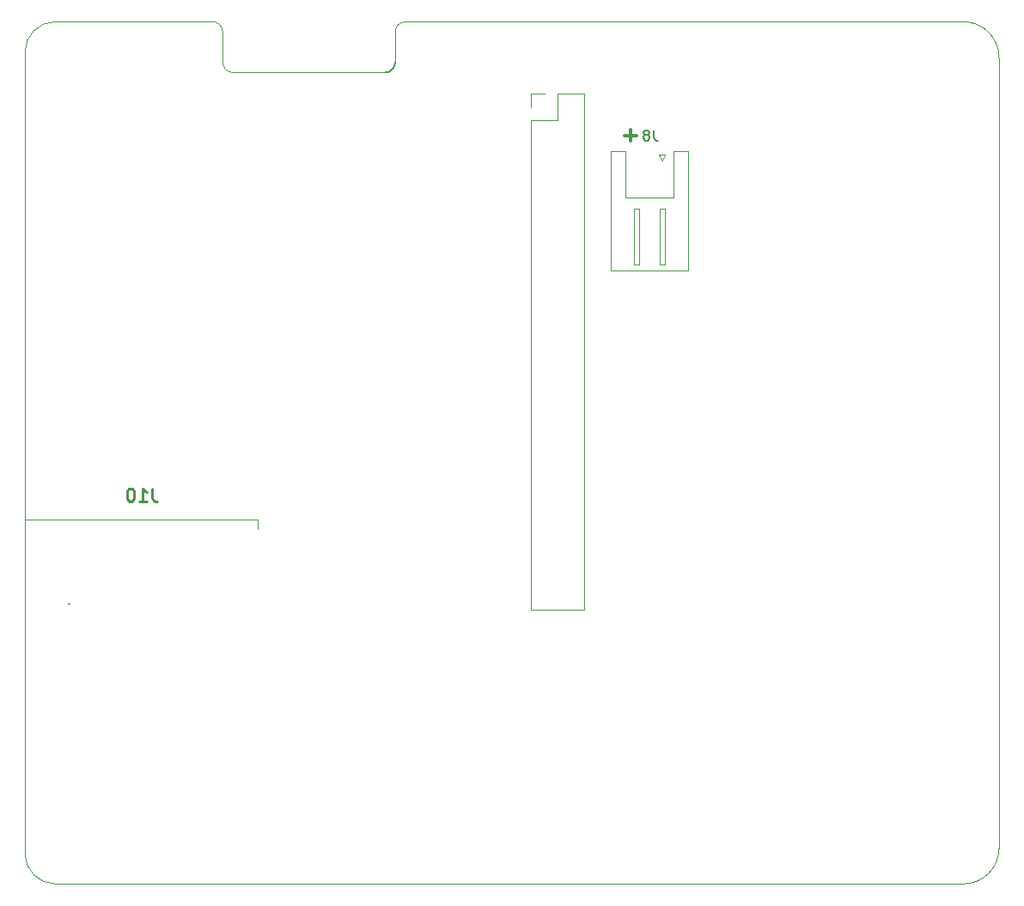
<source format=gbo>
G04 #@! TF.GenerationSoftware,KiCad,Pcbnew,(5.99.0-11120-g1d6ad4a52a)*
G04 #@! TF.CreationDate,2021-10-18T08:47:08+02:00*
G04 #@! TF.ProjectId,CarPiPowerHat,43617250-6950-46f7-9765-724861742e6b,0.2*
G04 #@! TF.SameCoordinates,Original*
G04 #@! TF.FileFunction,Legend,Bot*
G04 #@! TF.FilePolarity,Positive*
%FSLAX46Y46*%
G04 Gerber Fmt 4.6, Leading zero omitted, Abs format (unit mm)*
G04 Created by KiCad (PCBNEW (5.99.0-11120-g1d6ad4a52a)) date 2021-10-18 08:47:08*
%MOMM*%
%LPD*%
G01*
G04 APERTURE LIST*
G04 #@! TA.AperFunction,Profile*
%ADD10C,0.100000*%
G04 #@! TD*
G04 #@! TA.AperFunction,Profile*
%ADD11C,0.150000*%
G04 #@! TD*
%ADD12C,0.300000*%
%ADD13C,0.254000*%
%ADD14C,0.150000*%
%ADD15C,0.120000*%
%ADD16C,0.100000*%
%ADD17C,0.200000*%
G04 APERTURE END LIST*
D10*
X81000000Y-116500000D02*
X170500000Y-116500000D01*
X98499997Y-36500003D02*
G75*
G02*
X97500000Y-35500000I3J1000000D01*
G01*
X97500000Y-35500000D02*
X97500000Y-32500000D01*
X96500003Y-31499997D02*
G75*
G02*
X97500000Y-32500000I-3J-1000000D01*
G01*
X113500000Y-36500000D02*
X98500000Y-36500000D01*
X81000000Y-116500000D02*
G75*
G02*
X78005236Y-113500005I5236J2999995D01*
G01*
X78000000Y-34500000D02*
X78005236Y-113500005D01*
X115499997Y-31500003D02*
G75*
G03*
X114500000Y-32500000I0J-999997D01*
G01*
X96500000Y-31500000D02*
X81000000Y-31500000D01*
X173999998Y-34999998D02*
G75*
G03*
X170500000Y-31500000I-3499998J0D01*
G01*
X114500000Y-32500000D02*
X114500000Y-35500000D01*
X170500000Y-31500000D02*
X115500000Y-31500000D01*
X174000000Y-35000000D02*
X174000000Y-113000000D01*
X174000002Y-113000002D02*
G75*
G02*
X170500000Y-116500000I-3500000J2D01*
G01*
D11*
X113500000Y-36500000D02*
G75*
G03*
X114500000Y-35500000I0J1000000D01*
G01*
D10*
X78000000Y-34500000D02*
G75*
G02*
X81000000Y-31500000I3000000J0D01*
G01*
D12*
X138271463Y-42707132D02*
X137128606Y-42707132D01*
X137700035Y-43278561D02*
X137700035Y-42135704D01*
D13*
X90528095Y-77504523D02*
X90528095Y-78411666D01*
X90588571Y-78593095D01*
X90709523Y-78714047D01*
X90890952Y-78774523D01*
X91011904Y-78774523D01*
X89258095Y-78774523D02*
X89983809Y-78774523D01*
X89620952Y-78774523D02*
X89620952Y-77504523D01*
X89741904Y-77685952D01*
X89862857Y-77806904D01*
X89983809Y-77867380D01*
X88471904Y-77504523D02*
X88350952Y-77504523D01*
X88230000Y-77565000D01*
X88169523Y-77625476D01*
X88109047Y-77746428D01*
X88048571Y-77988333D01*
X88048571Y-78290714D01*
X88109047Y-78532619D01*
X88169523Y-78653571D01*
X88230000Y-78714047D01*
X88350952Y-78774523D01*
X88471904Y-78774523D01*
X88592857Y-78714047D01*
X88653333Y-78653571D01*
X88713809Y-78532619D01*
X88774285Y-78290714D01*
X88774285Y-77988333D01*
X88713809Y-77746428D01*
X88653333Y-77625476D01*
X88592857Y-77565000D01*
X88471904Y-77504523D01*
D14*
X139983368Y-42202370D02*
X139983368Y-42916656D01*
X140030987Y-43059513D01*
X140126225Y-43154751D01*
X140269082Y-43202370D01*
X140364320Y-43202370D01*
X139364320Y-42630942D02*
X139459558Y-42583323D01*
X139507177Y-42535704D01*
X139554796Y-42440466D01*
X139554796Y-42392847D01*
X139507177Y-42297609D01*
X139459558Y-42249990D01*
X139364320Y-42202370D01*
X139173844Y-42202370D01*
X139078606Y-42249990D01*
X139030987Y-42297609D01*
X138983368Y-42392847D01*
X138983368Y-42440466D01*
X139030987Y-42535704D01*
X139078606Y-42583323D01*
X139173844Y-42630942D01*
X139364320Y-42630942D01*
X139459558Y-42678561D01*
X139507177Y-42726180D01*
X139554796Y-42821418D01*
X139554796Y-43011894D01*
X139507177Y-43107132D01*
X139459558Y-43154751D01*
X139364320Y-43202370D01*
X139173844Y-43202370D01*
X139078606Y-43154751D01*
X139030987Y-43107132D01*
X138983368Y-43011894D01*
X138983368Y-42821418D01*
X139030987Y-42726180D01*
X139078606Y-42678561D01*
X139173844Y-42630942D01*
D15*
X129210000Y-38570000D02*
X127880000Y-38570000D01*
X130480000Y-38570000D02*
X130480000Y-41170000D01*
X127880000Y-41170000D02*
X127880000Y-89490000D01*
X133080000Y-38570000D02*
X130480000Y-38570000D01*
X133080000Y-38570000D02*
X133080000Y-89490000D01*
X133080000Y-89490000D02*
X127880000Y-89490000D01*
X130480000Y-41170000D02*
X127880000Y-41170000D01*
X127880000Y-38570000D02*
X127880000Y-39900000D01*
D16*
X100960000Y-81500000D02*
X100960000Y-80600000D01*
D17*
X82300000Y-88900000D02*
X82300000Y-88900000D01*
X82400000Y-88900000D02*
X82400000Y-88900000D01*
D16*
X78040000Y-80600000D02*
X78040000Y-81750000D01*
X100960000Y-80600000D02*
X100960000Y-80600000D01*
X78040000Y-80600000D02*
X78040000Y-80600000D01*
D17*
X82300000Y-88900000D02*
X82300000Y-88900000D01*
D16*
X100960000Y-80600000D02*
X100960000Y-80600000D01*
X100960000Y-80600000D02*
X100960000Y-81500000D01*
X100960000Y-81500000D02*
X100960000Y-81500000D01*
X100960000Y-80600000D02*
X78040000Y-80600000D01*
X78040000Y-80600000D02*
X100960000Y-80600000D01*
X78040000Y-81750000D02*
X78040000Y-81750000D01*
X78040000Y-81750000D02*
X78040000Y-80600000D01*
X78040000Y-80600000D02*
X78040000Y-80600000D01*
D17*
X82400000Y-88900000D02*
G75*
G03*
X82300000Y-88900000I-50000J0D01*
G01*
X82300000Y-88900000D02*
G75*
G03*
X82400000Y-88900000I50000J0D01*
G01*
X82400000Y-88900000D02*
G75*
G03*
X82300000Y-88900000I-50000J0D01*
G01*
D15*
X138550035Y-49899990D02*
X138550035Y-55399990D01*
X139550035Y-56009990D02*
X143360035Y-56009990D01*
X141050035Y-49899990D02*
X141050035Y-55399990D01*
X135740035Y-44289990D02*
X137160035Y-44289990D01*
X141050035Y-55399990D02*
X140550035Y-55399990D01*
X143360035Y-56009990D02*
X143360035Y-44289990D01*
X140800035Y-45199990D02*
X141100035Y-44599990D01*
X140500035Y-44599990D02*
X140800035Y-45199990D01*
X137160035Y-44289990D02*
X137160035Y-48789990D01*
X138050035Y-55399990D02*
X138050035Y-49899990D01*
X139550035Y-56009990D02*
X135740035Y-56009990D01*
X138550035Y-55399990D02*
X138050035Y-55399990D01*
X141940035Y-48789990D02*
X139550035Y-48789990D01*
X137160035Y-48789990D02*
X139550035Y-48789990D01*
X140550035Y-49899990D02*
X141050035Y-49899990D01*
X138050035Y-49899990D02*
X138550035Y-49899990D01*
X141940035Y-44289990D02*
X141940035Y-48789990D01*
X141100035Y-44599990D02*
X140500035Y-44599990D01*
X135740035Y-56009990D02*
X135740035Y-44289990D01*
X140550035Y-55399990D02*
X140550035Y-49899990D01*
X143360035Y-44289990D02*
X141940035Y-44289990D01*
M02*

</source>
